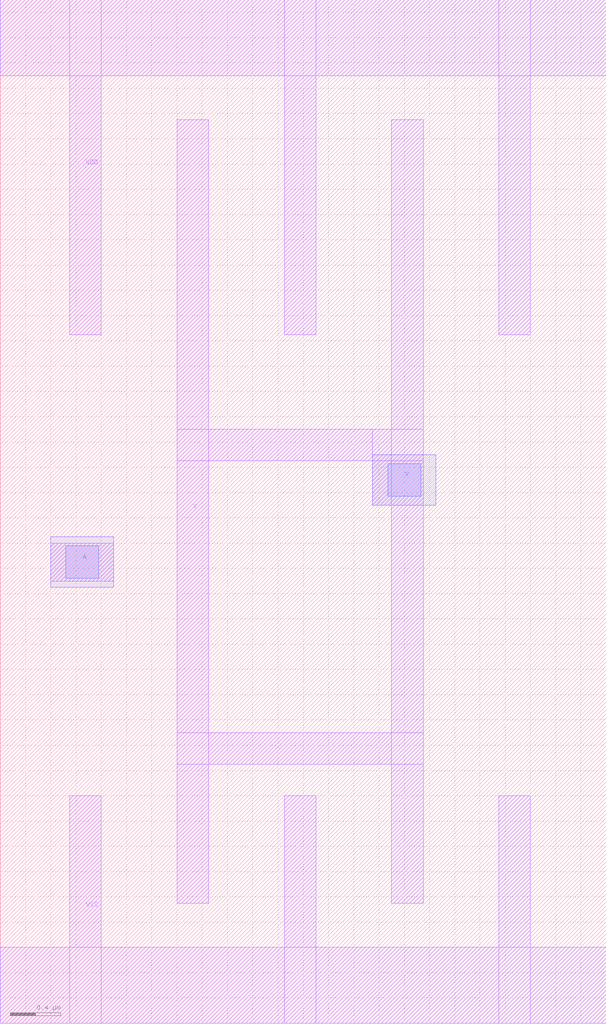
<source format=lef>
# Copyright 2022 Google LLC
# Licensed under the Apache License, Version 2.0 (the "License");
# you may not use this file except in compliance with the License.
# You may obtain a copy of the License at
#
#      http://www.apache.org/licenses/LICENSE-2.0
#
# Unless required by applicable law or agreed to in writing, software
# distributed under the License is distributed on an "AS IS" BASIS,
# WITHOUT WARRANTIES OR CONDITIONS OF ANY KIND, either express or implied.
# See the License for the specific language governing permissions and
# limitations under the License.
VERSION 5.7 ;
BUSBITCHARS "[]" ;
DIVIDERCHAR "/" ;

MACRO gf180mcu_osu_sc_gp12t3v3__inv_4
  CLASS CORE ;
  ORIGIN 0 0 ;
  FOREIGN gf180mcu_osu_sc_gp12t3v3__inv_4 0 0 ;
  SIZE 4.8 BY 8.1 ;
  SYMMETRY X Y ;
  SITE GF180_3p3_12t ;
  PIN VDD
    DIRECTION INOUT ;
    USE POWER ;
    SHAPE ABUTMENT ;
    PORT
      LAYER MET1 ;
        RECT 0 7.5 4.8 8.1 ;
        RECT 3.95 5.45 4.2 8.1 ;
        RECT 2.25 5.45 2.5 8.1 ;
        RECT 0.55 5.45 0.8 8.1 ;
    END
  END VDD
  PIN VSS
    DIRECTION INOUT ;
    USE GROUND ;
    PORT
      LAYER MET1 ;
        RECT 0 0 4.8 0.6 ;
        RECT 3.95 0 4.2 1.8 ;
        RECT 2.25 0 2.5 1.8 ;
        RECT 0.55 0 0.8 1.8 ;
    END
  END VSS
  PIN A
    DIRECTION INPUT ;
    USE SIGNAL ;
    PORT
      LAYER MET1 ;
        RECT 0.4 3.5 0.9 3.8 ;
      LAYER MET2 ;
        RECT 0.4 3.45 0.9 3.85 ;
      LAYER VIA12 ;
        RECT 0.52 3.52 0.78 3.78 ;
    END
  END A
  PIN Y
    DIRECTION OUTPUT ;
    USE SIGNAL ;
    PORT
      LAYER MET1 ;
        RECT 3.1 0.95 3.35 7.15 ;
        RECT 1.4 4.45 3.35 4.7 ;
        RECT 2.95 4.1 3.35 4.7 ;
        RECT 1.4 2.05 3.35 2.3 ;
        RECT 1.4 0.95 1.65 7.15 ;
      LAYER MET2 ;
        RECT 2.95 4.1 3.45 4.5 ;
      LAYER VIA12 ;
        RECT 3.07 4.17 3.33 4.43 ;
    END
  END Y
END gf180mcu_osu_sc_gp12t3v3__inv_4

</source>
